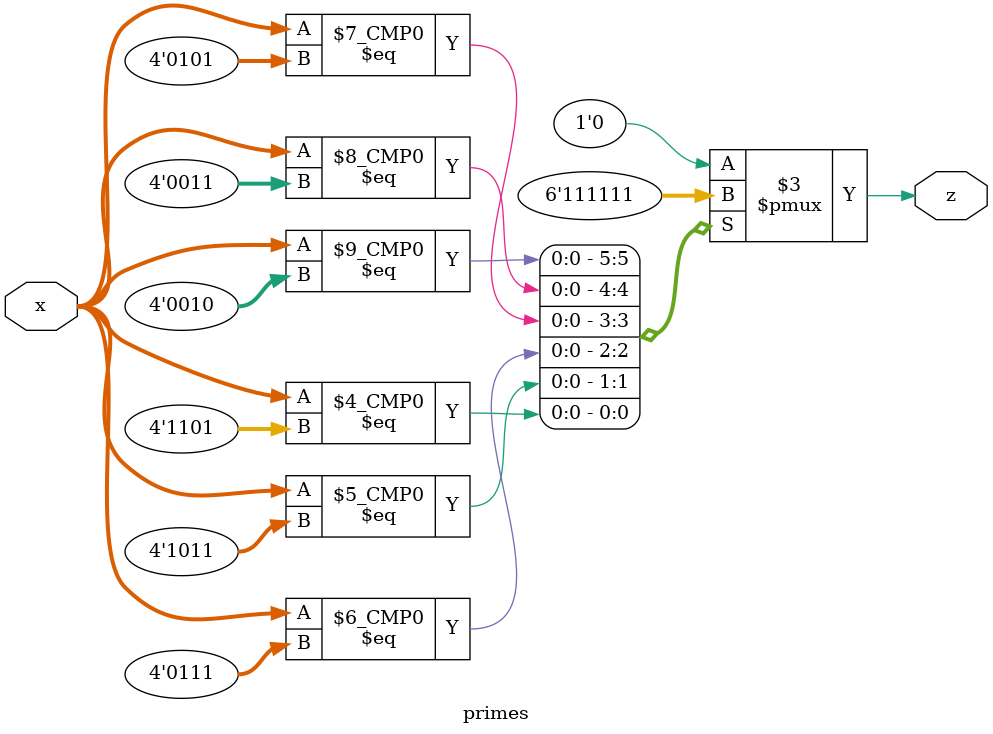
<source format=v>
module primes (
    
    input wire [3:0] x, // input data (4 bits)
    output reg z        // output. 0-no prime, 1-prime
    );

    /* We use a procedural description for the circuit */
    always @* begin
        /* With the 'case' sentence we can execute a different operation
         * depending on the value of a variable or expression. In our case,
         * it is specially convenient since the output only depends on "x".*/
        case(x)         /* expression to test */
        2:  z = 1;      /* action in case the value is "2" */
        3:  z = 1;      /* etc. */
        5:  z = 1;
        7:  z = 1;
        11: z = 1;
        13: z = 1;
        default: z = 0; /* action in any other case
                         * Note that a combinational circuit should always
                         * generate an output value for any input value, so
                         * the 'default' is necessary in most cases when a
                         * 'case' statement to describe combinational
                         * behavior. */
        endcase
    end

endmodule 


</source>
